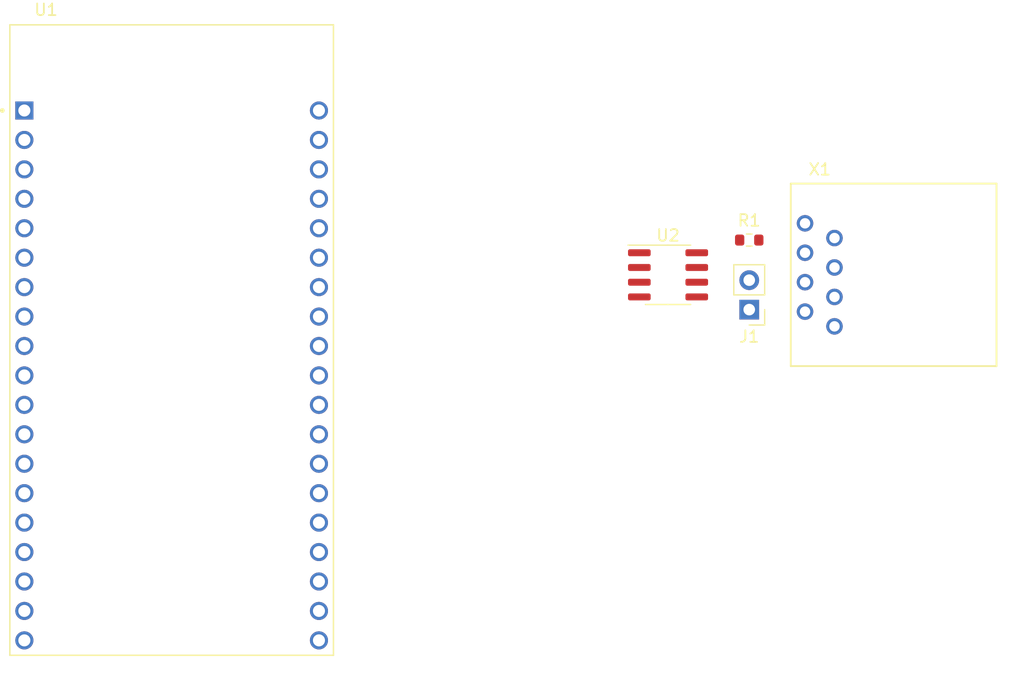
<source format=kicad_pcb>
(kicad_pcb (version 20221018) (generator pcbnew)
  (layers (0 "F.Cu" signal) (31 "B.Cu" signal) (34 "B.Paste" user) (35 "F.Paste" user) (36 "B.SilkS" user "B.Silkscreen") (37 "F.SilkS" user "F.Silkscreen") (38 "B.Mask" user) (39 "F.Mask" user) (44 "Edge.Cuts" user))
  (net 0 "")
  (net 1 "+3V3")
  (net 5 "/CANH")
  (net 6 "/CANL")
  (net 7 "Net-(J1-Pin_2)")
  (net 8 "/CANTX")
  (net 9 "GND")
  (net 10 "+5V")
  (net 11 "/CANRX")
  (net 12 "+12V")
  (footprint "footprints:MODULE_ESP32-DEVKITC-32D" (layer "F.Cu") (at 76.2 103.58)
    (fp_text reference "U1" (at -10.829175 -28.446045) (layer "F.SilkS") (effects (font (size 1.000386 1.000386))))
    (fp_text value "ESP32-DEVKITC-32D")
    (fp_line (start -13.95 -27.15) (end 13.95 -27.15) (stroke (width 0.127)) (layer "F.SilkS"))
    (fp_line (start -13.95 27.25) (end -13.95 -27.15) (stroke (width 0.127)) (layer "F.SilkS"))
    (fp_line (start 13.95 -27.15) (end 13.95 27.25) (stroke (width 0.127)) (layer "F.SilkS"))
    (fp_line (start 13.95 27.25) (end -13.95 27.25) (stroke (width 0.127)) (layer "F.SilkS"))
    (fp_circle (center -14.6 -19.76) (end -14.5 -19.76) (stroke (width 0.2)) (fill none) (layer "F.SilkS"))
    (pad "J2-1" thru_hole rect (at -12.7 -19.76) (size 1.56 1.56) (drill 1.04) (layers "*.Cu" "*.Mask") (net 1 "+3V3"))
    (pad "J2-2" thru_hole circle (at -12.7 -17.22) (size 1.56 1.56) (drill 1.04) (layers "*.Cu" "*.Mask"))
    (pad "J2-3" thru_hole circle (at -12.7 -14.68) (size 1.56 1.56) (drill 1.04) (layers "*.Cu" "*.Mask"))
    (pad "J2-4" thru_hole circle (at -12.7 -12.14) (size 1.56 1.56) (drill 1.04) (layers "*.Cu" "*.Mask"))
    (pad "J2-5" thru_hole circle (at -12.7 -9.6) (size 1.56 1.56) (drill 1.04) (layers "*.Cu" "*.Mask"))
    (pad "J2-6" thru_hole circle (at -12.7 -7.06) (size 1.56 1.56) (drill 1.04) (layers "*.Cu" "*.Mask"))
    (pad "J2-7" thru_hole circle (at -12.7 -4.52) (size 1.56 1.56) (drill 1.04) (layers "*.Cu" "*.Mask"))
    (pad "J2-8" thru_hole circle (at -12.7 -1.98) (size 1.56 1.56) (drill 1.04) (layers "*.Cu" "*.Mask"))
    (pad "J2-9" thru_hole circle (at -12.7 0.56) (size 1.56 1.56) (drill 1.04) (layers "*.Cu" "*.Mask"))
    (pad "J2-10" thru_hole circle (at -12.7 3.1) (size 1.56 1.56) (drill 1.04) (layers "*.Cu" "*.Mask"))
    (pad "J2-11" thru_hole circle (at -12.7 5.64) (size 1.56 1.56) (drill 1.04) (layers "*.Cu" "*.Mask"))
    (pad "J2-12" thru_hole circle (at -12.7 8.18) (size 1.56 1.56) (drill 1.04) (layers "*.Cu" "*.Mask"))
    (pad "J2-13" thru_hole circle (at -12.7 10.72) (size 1.56 1.56) (drill 1.04) (layers "*.Cu" "*.Mask"))
    (pad "J2-14" thru_hole circle (at -12.7 13.26) (size 1.56 1.56) (drill 1.04) (layers "*.Cu" "*.Mask"))
    (pad "J2-15" thru_hole circle (at -12.7 15.8) (size 1.56 1.56) (drill 1.04) (layers "*.Cu" "*.Mask"))
    (pad "J2-16" thru_hole circle (at -12.7 18.34) (size 1.56 1.56) (drill 1.04) (layers "*.Cu" "*.Mask"))
    (pad "J2-17" thru_hole circle (at -12.7 20.88) (size 1.56 1.56) (drill 1.04) (layers "*.Cu" "*.Mask"))
    (pad "J2-18" thru_hole circle (at -12.7 23.42) (size 1.56 1.56) (drill 1.04) (layers "*.Cu" "*.Mask"))
    (pad "J2-19" thru_hole circle (at -12.7 25.96) (size 1.56 1.56) (drill 1.04) (layers "*.Cu" "*.Mask") (net 10 "+5V"))
    (pad "J3-1" thru_hole circle (at 12.7 -19.76) (size 1.56 1.56) (drill 1.04) (layers "*.Cu" "*.Mask"))
    (pad "J3-2" thru_hole circle (at 12.7 -17.22) (size 1.56 1.56) (drill 1.04) (layers "*.Cu" "*.Mask"))
    (pad "J3-3" thru_hole circle (at 12.7 -14.68) (size 1.56 1.56) (drill 1.04) (layers "*.Cu" "*.Mask"))
    (pad "J3-4" thru_hole circle (at 12.7 -12.14) (size 1.56 1.56) (drill 1.04) (layers "*.Cu" "*.Mask"))
    (pad "J3-5" thru_hole circle (at 12.7 -9.6) (size 1.56 1.56) (drill 1.04) (layers "*.Cu" "*.Mask"))
    (pad "J3-6" thru_hole circle (at 12.7 -7.06) (size 1.56 1.56) (drill 1.04) (layers "*.Cu" "*.Mask"))
    (pad "J3-7" thru_hole circle (at 12.7 -4.52) (size 1.56 1.56) (drill 1.04) (layers "*.Cu" "*.Mask"))
    (pad "J3-8" thru_hole circle (at 12.7 -1.98) (size 1.56 1.56) (drill 1.04) (layers "*.Cu" "*.Mask"))
    (pad "J3-9" thru_hole circle (at 12.7 0.56) (size 1.56 1.56) (drill 1.04) (layers "*.Cu" "*.Mask"))
    (pad "J3-10" thru_hole circle (at 12.7 3.1) (size 1.56 1.56) (drill 1.04) (layers "*.Cu" "*.Mask"))
    (pad "J3-11" thru_hole circle (at 12.7 5.64) (size 1.56 1.56) (drill 1.04) (layers "*.Cu" "*.Mask"))
    (pad "J3-12" thru_hole circle (at 12.7 8.18) (size 1.56 1.56) (drill 1.04) (layers "*.Cu" "*.Mask"))
    (pad "J3-13" thru_hole circle (at 12.7 10.72) (size 1.56 1.56) (drill 1.04) (layers "*.Cu" "*.Mask"))
    (pad "J3-14" thru_hole circle (at 12.7 13.26) (size 1.56 1.56) (drill 1.04) (layers "*.Cu" "*.Mask"))
    (pad "J3-15" thru_hole circle (at 12.7 15.8) (size 1.56 1.56) (drill 1.04) (layers "*.Cu" "*.Mask"))
    (pad "J3-16" thru_hole circle (at 12.7 18.34) (size 1.56 1.56) (drill 1.04) (layers "*.Cu" "*.Mask"))
    (pad "J3-17" thru_hole circle (at 12.7 20.88) (size 1.56 1.56) (drill 1.04) (layers "*.Cu" "*.Mask"))
    (pad "J3-18" thru_hole circle (at 12.7 23.42) (size 1.56 1.56) (drill 1.04) (layers "*.Cu" "*.Mask"))
    (pad "J3-19" thru_hole circle (at 12.7 25.96) (size 1.56 1.56) (drill 1.04) (layers "*.Cu" "*.Mask"))
  )
  (footprint "Resistor_SMD:R_0603_1608Metric" (layer "F.Cu") (at 126 95)
    (fp_text reference "R1" (at -0.008485 -1.69276 180) (layer "F.SilkS"))
    (fp_text value "120R" hide)
    (fp_line (start -0.237258 -0.5225) (end 0.237258 -0.5225) (stroke (width 0.12)) (layer "F.SilkS"))
    (fp_line (start -0.237258 0.5225) (end 0.237258 0.5225) (stroke (width 0.12)) (layer "F.SilkS"))
    (pad "1" smd roundrect (at -0.825 0) (size 0.8 0.95) (layers "F.Cu" "F.Paste" "F.Mask") (net 5 "/CANH"))
    (pad "2" smd roundrect (at 0.825 0) (size 0.8 0.95) (layers "F.Cu" "F.Paste" "F.Mask") (net 7 "Net-(J1-Pin_2)"))
  )
  (footprint "Package_SO:SOIC-8_3.9x4.9mm_P1.27mm" (layer "F.Cu") (at 119 98)
    (fp_text reference "U2" (at 0 -3.4) (layer "F.SilkS"))
    (fp_text value "MCP2562-E-SN" hide)
    (fp_line (start 0 -2.56) (end -3.45 -2.56) (stroke (width 0.12)) (layer "F.SilkS"))
    (fp_line (start 0 -2.56) (end 1.95 -2.56) (stroke (width 0.12)) (layer "F.SilkS"))
    (fp_line (start 0 2.56) (end -1.95 2.56) (stroke (width 0.12)) (layer "F.SilkS"))
    (fp_line (start 0 2.56) (end 1.95 2.56) (stroke (width 0.12)) (layer "F.SilkS"))
    (pad "1" smd roundrect (at -2.475 -1.905) (size 1.95 0.6) (layers "F.Cu" "F.Paste" "F.Mask") (net 8 "/CANTX"))
    (pad "2" smd roundrect (at -2.475 -0.635) (size 1.95 0.6) (layers "F.Cu" "F.Paste" "F.Mask") (net 9 "GND"))
    (pad "3" smd roundrect (at -2.475 0.635) (size 1.95 0.6) (layers "F.Cu" "F.Paste" "F.Mask") (net 10 "+5V"))
    (pad "4" smd roundrect (at -2.475 1.905) (size 1.95 0.6) (layers "F.Cu" "F.Paste" "F.Mask") (net 11 "/CANRX"))
    (pad "5" smd roundrect (at 2.475 1.905) (size 1.95 0.6) (layers "F.Cu" "F.Paste" "F.Mask") (net 1 "+3V3"))
    (pad "6" smd roundrect (at 2.475 0.635) (size 1.95 0.6) (layers "F.Cu" "F.Paste" "F.Mask") (net 6 "/CANL"))
    (pad "7" smd roundrect (at 2.475 -0.635) (size 1.95 0.6) (layers "F.Cu" "F.Paste" "F.Mask") (net 5 "/CANH"))
    (pad "8" smd roundrect (at 2.475 -1.905) (size 1.95 0.6) (layers "F.Cu" "F.Paste" "F.Mask"))
  )
  (footprint "footprints:54602-908LF" (layer "F.Cu") (at 139.7 98 -90)
    (fp_text reference "X1" (at -9.1 7.62 -180) (layer "F.SilkS") (effects (font (size 1.000071 1.000071))))
    (fp_text value "54602-908LF")
    (fp_line (start -7.875 -7.62) (end 7.875 -7.62) (stroke (width 0.1524)) (layer "F.SilkS"))
    (fp_line (start -7.875 10.12) (end -7.875 -7.62) (stroke (width 0.1524)) (layer "F.SilkS"))
    (fp_line (start 7.875 -7.62) (end 7.875 10.12) (stroke (width 0.1524)) (layer "F.SilkS"))
    (fp_line (start 7.875 10.12) (end -7.875 10.12) (stroke (width 0.1524)) (layer "F.SilkS"))
    (pad "" np_thru_hole circle (at -5.715 0 270) (size 3.2 3.2) (drill 3.2) (layers "*.Cu" "*.Mask"))
    (pad "" np_thru_hole circle (at 5.715 0 270) (size 3.2 3.2) (drill 3.2) (layers "*.Cu" "*.Mask"))
    (pad "1" thru_hole circle (at -4.445 8.89 270) (size 1.4224 1.4224) (drill 0.9) (layers "*.Cu" "*.Mask") (net 12 "+12V"))
    (pad "2" thru_hole circle (at -3.175 6.35 270) (size 1.4224 1.4224) (drill 0.9) (layers "*.Cu" "*.Mask") (net 9 "GND"))
    (pad "3" thru_hole circle (at -1.905 8.89 270) (size 1.4224 1.4224) (drill 0.9) (layers "*.Cu" "*.Mask") (net 5 "/CANH"))
    (pad "4" thru_hole circle (at -0.635 6.35 270) (size 1.4224 1.4224) (drill 0.9) (layers "*.Cu" "*.Mask") (net 6 "/CANL"))
    (pad "5" thru_hole circle (at 0.635 8.89 270) (size 1.4224 1.4224) (drill 0.9) (layers "*.Cu" "*.Mask"))
    (pad "6" thru_hole circle (at 1.905 6.35 270) (size 1.4224 1.4224) (drill 0.9) (layers "*.Cu" "*.Mask"))
    (pad "7" thru_hole circle (at 3.175 8.89 270) (size 1.4224 1.4224) (drill 0.9) (layers "*.Cu" "*.Mask") (net 12 "+12V"))
    (pad "8" thru_hole circle (at 4.445 6.35 270) (size 1.4224 1.4224) (drill 0.9) (layers "*.Cu" "*.Mask") (net 9 "GND"))
  )
  (footprint "Connector_PinHeader_2.54mm:PinHeader_1x02_P2.54mm_Vertical" (layer "F.Cu") (at 126 101 180)
    (fp_text reference "J1" (at 0 -2.33) (layer "F.SilkS"))
    (fp_text value "1x02" hide)
    (fp_line (start -1.33 -1.33) (end 0 -1.33) (stroke (width 0.12)) (layer "F.SilkS"))
    (fp_line (start -1.33 0) (end -1.33 -1.33) (stroke (width 0.12)) (layer "F.SilkS"))
    (fp_line (start -1.33 1.27) (end -1.33 3.87) (stroke (width 0.12)) (layer "F.SilkS"))
    (fp_line (start -1.33 1.27) (end 1.33 1.27) (stroke (width 0.12)) (layer "F.SilkS"))
    (fp_line (start -1.33 3.87) (end 1.33 3.87) (stroke (width 0.12)) (layer "F.SilkS"))
    (fp_line (start 1.33 1.27) (end 1.33 3.87) (stroke (width 0.12)) (layer "F.SilkS"))
    (pad "1" thru_hole rect (at 0 0 180) (size 1.7 1.7) (drill 1) (layers "*.Cu" "*.Mask") (net 6 "/CANL"))
    (pad "2" thru_hole oval (at 0 2.54 180) (size 1.7 1.7) (drill 1) (layers "*.Cu" "*.Mask") (net 7 "Net-(J1-Pin_2)"))
  )
)
</source>
